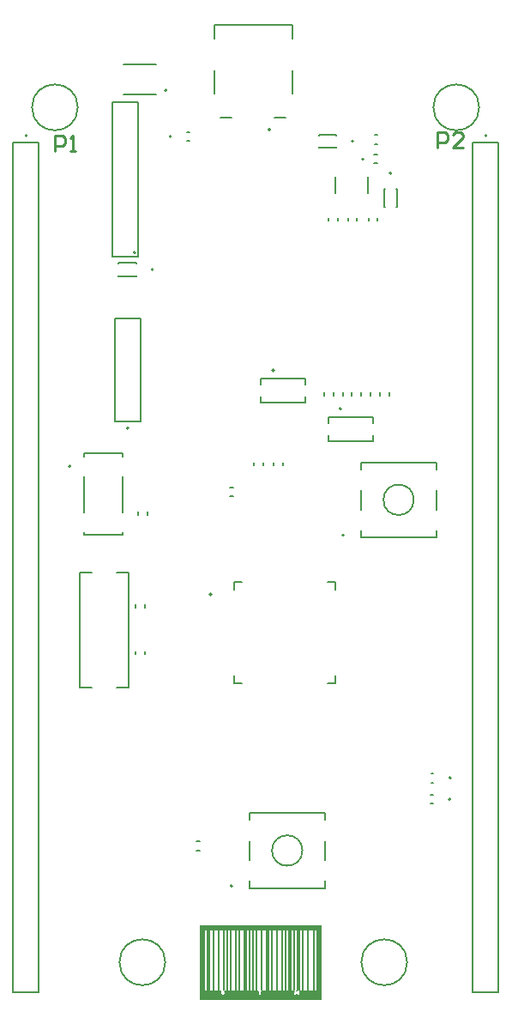
<source format=gbr>
G04*
G04 #@! TF.GenerationSoftware,Altium Limited,Altium Designer,22.4.2 (48)*
G04*
G04 Layer_Color=65535*
%FSLAX25Y25*%
%MOIN*%
G70*
G04*
G04 #@! TF.SameCoordinates,9E7922A3-3756-4234-A879-3C4FB0169599*
G04*
G04*
G04 #@! TF.FilePolarity,Positive*
G04*
G01*
G75*
%ADD10C,0.00500*%
%ADD11C,0.00787*%
%ADD12C,0.01000*%
G36*
X227517Y123500D02*
X180483D01*
Y152500D01*
X227517D01*
Y123500D01*
D02*
G37*
%LPC*%
G36*
X225517Y150500D02*
X224844D01*
Y127168D01*
X225517D01*
Y150500D01*
D02*
G37*
G36*
X224172D02*
X222827D01*
Y127168D01*
X224172D01*
Y150500D01*
D02*
G37*
G36*
X222155D02*
X220810D01*
Y127168D01*
X222155D01*
Y150500D01*
D02*
G37*
G36*
X220138D02*
X219465D01*
Y127168D01*
X220138D01*
Y150500D01*
D02*
G37*
G36*
X218120D02*
X217448D01*
Y127168D01*
X218120D01*
Y150500D01*
D02*
G37*
G36*
X216776D02*
X216103D01*
Y127168D01*
X216776D01*
Y150500D01*
D02*
G37*
G36*
X214758D02*
X214086D01*
Y127168D01*
X214758D01*
Y150500D01*
D02*
G37*
G36*
X213414D02*
X212741D01*
Y127168D01*
X213414D01*
Y150500D01*
D02*
G37*
G36*
X212069D02*
X210724D01*
Y127168D01*
X212069D01*
Y150500D01*
D02*
G37*
G36*
X210052D02*
X208707D01*
Y127168D01*
X210052D01*
Y150500D01*
D02*
G37*
G36*
X208034D02*
X207362D01*
Y127168D01*
X208034D01*
Y150500D01*
D02*
G37*
G36*
X206017D02*
X204672D01*
Y127168D01*
X206017D01*
Y150500D01*
D02*
G37*
G36*
X204000D02*
X202655D01*
Y127168D01*
X204000D01*
Y150500D01*
D02*
G37*
G36*
X201983D02*
X201310D01*
Y127168D01*
X201983D01*
Y150500D01*
D02*
G37*
G36*
X200638D02*
X199966D01*
Y127168D01*
X200638D01*
Y150500D01*
D02*
G37*
G36*
X199293D02*
X198621D01*
Y127168D01*
X199293D01*
Y150500D01*
D02*
G37*
G36*
X197276D02*
X195931D01*
Y127168D01*
X197276D01*
Y150500D01*
D02*
G37*
G36*
X195259D02*
X194586D01*
Y127168D01*
X195259D01*
Y150500D01*
D02*
G37*
G36*
X193914D02*
X192569D01*
Y127168D01*
X193914D01*
Y150500D01*
D02*
G37*
G36*
X191897D02*
X191224D01*
Y127168D01*
X191897D01*
Y150500D01*
D02*
G37*
G36*
X190552D02*
X189880D01*
Y127168D01*
X190552D01*
Y150500D01*
D02*
G37*
G36*
X189207D02*
X187862D01*
Y127168D01*
X189207D01*
Y150500D01*
D02*
G37*
G36*
X187190D02*
X185845D01*
Y127168D01*
X187190D01*
Y150500D01*
D02*
G37*
G36*
X185173D02*
X184500D01*
Y127168D01*
X185173D01*
Y150500D01*
D02*
G37*
G36*
X183156D02*
X182483D01*
Y127168D01*
X183156D01*
Y150500D01*
D02*
G37*
G36*
X204235Y127137D02*
X204230D01*
X204209Y127135D01*
X204189Y127132D01*
X204174Y127129D01*
X204171Y127127D01*
X204169D01*
X204105Y127114D01*
X204077Y127109D01*
X204049Y127104D01*
X204023Y127101D01*
X204006Y127099D01*
X203332D01*
X203304Y127101D01*
X203292D01*
X203284Y127104D01*
X203276D01*
X203243Y127109D01*
X203210Y127114D01*
X203195Y127117D01*
X203182Y127119D01*
X203174Y127122D01*
X203172D01*
X203151Y127127D01*
X203133Y127129D01*
X203103D01*
X203085Y127124D01*
X203054Y127112D01*
X203024Y127091D01*
X202998Y127071D01*
X202975Y127048D01*
X202957Y127027D01*
X202947Y127015D01*
X202942Y127012D01*
Y127010D01*
X202904Y126953D01*
X202889Y126926D01*
X202876Y126900D01*
X202866Y126880D01*
X202858Y126862D01*
X202855Y126851D01*
X202853Y126846D01*
X202843Y126816D01*
X202835Y126785D01*
X202830Y126757D01*
X202827Y126734D01*
X202825Y126716D01*
X202822Y126701D01*
Y126691D01*
Y126688D01*
X202825Y126663D01*
X202830Y126637D01*
X202835Y126617D01*
X202843Y126599D01*
X202850Y126586D01*
X202858Y126574D01*
X202860Y126568D01*
X202863Y126566D01*
X202878Y126551D01*
X202896Y126540D01*
X202914Y126530D01*
X202932Y126525D01*
X202945Y126523D01*
X202957Y126520D01*
X202968D01*
X202988Y126523D01*
X203008Y126528D01*
X203029Y126535D01*
X203047Y126543D01*
X203062Y126551D01*
X203072Y126558D01*
X203080Y126563D01*
X203082Y126566D01*
X203103Y126584D01*
X203123Y126607D01*
X203146Y126632D01*
X203167Y126660D01*
X203184Y126683D01*
X203200Y126704D01*
X203210Y126719D01*
X203212Y126722D01*
Y126724D01*
X203228Y126744D01*
X203246Y126760D01*
X203261Y126772D01*
X203274Y126780D01*
X203284Y126785D01*
X203294Y126788D01*
X203302D01*
X203314Y126785D01*
X203325Y126780D01*
X203340Y126767D01*
X203350Y126752D01*
X203353Y126747D01*
Y126744D01*
X203358Y126726D01*
X203363Y126704D01*
X203368Y126653D01*
X203371Y126630D01*
Y126612D01*
Y126599D01*
Y126594D01*
Y126535D01*
Y126474D01*
X203368Y126416D01*
Y126359D01*
X203365Y126311D01*
Y126291D01*
Y126273D01*
X203363Y126260D01*
Y126250D01*
Y126242D01*
Y126240D01*
X203360Y126204D01*
Y126168D01*
X203358Y126137D01*
Y126107D01*
X203353Y126056D01*
X203350Y126015D01*
X203348Y125985D01*
Y125962D01*
X203345Y125949D01*
Y125944D01*
X203340Y125908D01*
X203337Y125877D01*
X203332Y125854D01*
X203327Y125834D01*
X203322Y125821D01*
X203320Y125811D01*
X203317Y125806D01*
Y125803D01*
X203309Y125791D01*
X203302Y125780D01*
X203281Y125765D01*
X203263Y125758D01*
X203258Y125755D01*
X203256D01*
X203233Y125747D01*
X203212Y125742D01*
X203197Y125737D01*
X203187Y125732D01*
X203179Y125730D01*
X203174Y125727D01*
X203172D01*
X203159Y125717D01*
X203149Y125704D01*
X203141Y125691D01*
X203136Y125679D01*
X203133Y125668D01*
X203131Y125658D01*
Y125653D01*
Y125651D01*
X203133Y125635D01*
X203136Y125620D01*
X203149Y125592D01*
X203169Y125571D01*
X203189Y125554D01*
X203210Y125541D01*
X203230Y125531D01*
X203243Y125525D01*
X203248Y125523D01*
X203276Y125515D01*
X203307Y125508D01*
X203376Y125497D01*
X203447Y125487D01*
X203519Y125482D01*
X203552D01*
X203582Y125480D01*
X203610D01*
X203633Y125477D01*
X203725D01*
X203766Y125480D01*
X203801D01*
X203837Y125482D01*
X203868Y125487D01*
X203896Y125490D01*
X203921Y125492D01*
X203944Y125497D01*
X203965Y125500D01*
X203982Y125503D01*
X203998Y125508D01*
X204011Y125510D01*
X204018Y125513D01*
X204026D01*
X204031Y125515D01*
X204051Y125523D01*
X204069Y125533D01*
X204097Y125551D01*
X204118Y125574D01*
X204130Y125594D01*
X204141Y125612D01*
X204143Y125628D01*
X204146Y125638D01*
Y125640D01*
X204143Y125668D01*
X204135Y125689D01*
X204125Y125701D01*
X204123Y125707D01*
X204113Y125717D01*
X204100Y125724D01*
X204072Y125742D01*
X204057Y125747D01*
X204046Y125752D01*
X204039Y125758D01*
X204036D01*
X204016Y125768D01*
X203998Y125780D01*
X203985Y125791D01*
X203975Y125803D01*
X203967Y125814D01*
X203962Y125821D01*
X203957Y125826D01*
Y125829D01*
X203949Y125849D01*
X203944Y125872D01*
X203939Y125918D01*
X203937Y125941D01*
Y125959D01*
Y125969D01*
Y125974D01*
Y126632D01*
Y126660D01*
X203939Y126686D01*
X203942Y126706D01*
X203947Y126722D01*
X203949Y126734D01*
X203952Y126742D01*
X203955Y126747D01*
Y126750D01*
X203962Y126762D01*
X203972Y126772D01*
X203982Y126778D01*
X203995Y126783D01*
X204011Y126788D01*
X204018D01*
X204039Y126785D01*
X204057Y126778D01*
X204067Y126767D01*
X204072Y126765D01*
X204082Y126755D01*
X204092Y126742D01*
X204110Y126711D01*
X204120Y126696D01*
X204128Y126683D01*
X204130Y126673D01*
X204133Y126671D01*
X204148Y126642D01*
X204166Y126620D01*
X204181Y126599D01*
X204194Y126584D01*
X204204Y126571D01*
X204215Y126563D01*
X204220Y126558D01*
X204222Y126556D01*
X204240Y126546D01*
X204258Y126538D01*
X204294Y126528D01*
X204306Y126525D01*
X204319Y126523D01*
X204329D01*
X204352Y126525D01*
X204375Y126528D01*
X204396Y126533D01*
X204411Y126540D01*
X204426Y126546D01*
X204436Y126551D01*
X204442Y126553D01*
X204444Y126556D01*
X204465Y126576D01*
X204480Y126599D01*
X204490Y126625D01*
X204498Y126650D01*
X204503Y126671D01*
X204505Y126688D01*
Y126701D01*
Y126706D01*
X204503Y126762D01*
X204493Y126813D01*
X204477Y126862D01*
X204462Y126905D01*
X204444Y126943D01*
X204431Y126971D01*
X204424Y126981D01*
X204421Y126989D01*
X204416Y126992D01*
Y126994D01*
X204398Y127020D01*
X204383Y127043D01*
X204365Y127061D01*
X204350Y127076D01*
X204319Y127101D01*
X204289Y127119D01*
X204266Y127129D01*
X204248Y127135D01*
X204235Y127137D01*
D02*
G37*
G36*
X189323Y127132D02*
X189300D01*
X189247Y127129D01*
X189198Y127124D01*
X189150Y127117D01*
X189104Y127106D01*
X189063Y127094D01*
X189022Y127078D01*
X188987Y127066D01*
X188953Y127050D01*
X188923Y127032D01*
X188895Y127020D01*
X188872Y127005D01*
X188854Y126992D01*
X188839Y126981D01*
X188828Y126974D01*
X188821Y126969D01*
X188818Y126966D01*
X188788Y126938D01*
X188760Y126910D01*
X188737Y126882D01*
X188719Y126857D01*
X188704Y126834D01*
X188693Y126813D01*
X188686Y126803D01*
X188683Y126798D01*
X188668Y126762D01*
X188655Y126726D01*
X188647Y126691D01*
X188640Y126660D01*
X188637Y126635D01*
X188635Y126614D01*
Y126602D01*
Y126596D01*
X188637Y126558D01*
X188642Y126520D01*
X188653Y126484D01*
X188663Y126451D01*
X188693Y126387D01*
X188729Y126331D01*
X188744Y126308D01*
X188762Y126288D01*
X188777Y126268D01*
X188793Y126252D01*
X188803Y126240D01*
X188813Y126232D01*
X188818Y126227D01*
X188821Y126224D01*
X188877Y126178D01*
X188905Y126160D01*
X188928Y126143D01*
X188951Y126130D01*
X188966Y126120D01*
X188979Y126115D01*
X188981Y126112D01*
X189017Y126097D01*
X189060Y126079D01*
X189101Y126064D01*
X189145Y126048D01*
X189180Y126035D01*
X189211Y126025D01*
X189224Y126020D01*
X189231Y126018D01*
X189236Y126015D01*
X189239D01*
X189272Y126005D01*
X189303Y125992D01*
X189326Y125982D01*
X189344Y125972D01*
X189359Y125964D01*
X189369Y125956D01*
X189374Y125954D01*
X189377Y125951D01*
X189392Y125939D01*
X189402Y125926D01*
X189410Y125913D01*
X189415Y125900D01*
X189418Y125888D01*
X189420Y125880D01*
Y125875D01*
Y125872D01*
X189418Y125854D01*
X189412Y125837D01*
X189402Y125824D01*
X189392Y125811D01*
X189382Y125801D01*
X189372Y125793D01*
X189366Y125791D01*
X189364Y125788D01*
X189344Y125778D01*
X189321Y125770D01*
X189275Y125763D01*
X189254Y125760D01*
X189239Y125758D01*
X189224D01*
X189188Y125760D01*
X189152Y125765D01*
X189119Y125770D01*
X189088Y125780D01*
X189066Y125788D01*
X189045Y125793D01*
X189035Y125798D01*
X189030Y125801D01*
X188997Y125819D01*
X188969Y125837D01*
X188946Y125854D01*
X188925Y125870D01*
X188910Y125885D01*
X188900Y125898D01*
X188895Y125905D01*
X188892Y125908D01*
X188877Y125934D01*
X188862Y125956D01*
X188836Y125992D01*
X188816Y126023D01*
X188800Y126043D01*
X188788Y126058D01*
X188780Y126069D01*
X188777Y126071D01*
X188775Y126074D01*
X188760Y126089D01*
X188744Y126099D01*
X188732Y126109D01*
X188719Y126115D01*
X188706Y126117D01*
X188698Y126120D01*
X188691D01*
X188675Y126117D01*
X188660Y126115D01*
X188637Y126102D01*
X188622Y126089D01*
X188619Y126086D01*
X188617Y126084D01*
X188602Y126058D01*
X188594Y126030D01*
Y126018D01*
X188591Y126007D01*
Y126000D01*
Y125997D01*
X188594Y125951D01*
X188599Y125908D01*
X188607Y125867D01*
X188614Y125829D01*
X188622Y125796D01*
X188629Y125773D01*
X188632Y125763D01*
X188635Y125755D01*
X188637Y125752D01*
Y125750D01*
X188655Y125707D01*
X188673Y125671D01*
X188691Y125643D01*
X188706Y125622D01*
X188719Y125604D01*
X188729Y125594D01*
X188737Y125589D01*
X188739Y125587D01*
X188770Y125569D01*
X188808Y125554D01*
X188849Y125538D01*
X188887Y125525D01*
X188923Y125515D01*
X188951Y125510D01*
X188964Y125505D01*
X188971D01*
X188976Y125503D01*
X188979D01*
X189040Y125492D01*
X189099Y125485D01*
X189152Y125477D01*
X189198Y125475D01*
X189239Y125472D01*
X189254Y125469D01*
X189295D01*
X189356Y125472D01*
X189415Y125477D01*
X189471Y125485D01*
X189522Y125495D01*
X189570Y125508D01*
X189616Y125520D01*
X189657Y125536D01*
X189695Y125551D01*
X189729Y125564D01*
X189757Y125579D01*
X189782Y125592D01*
X189803Y125604D01*
X189820Y125615D01*
X189831Y125622D01*
X189838Y125628D01*
X189841Y125630D01*
X189876Y125661D01*
X189907Y125694D01*
X189935Y125727D01*
X189958Y125760D01*
X189979Y125796D01*
X189996Y125829D01*
X190009Y125862D01*
X190019Y125893D01*
X190027Y125923D01*
X190035Y125951D01*
X190040Y125974D01*
X190042Y125997D01*
X190045Y126015D01*
Y126028D01*
Y126035D01*
Y126038D01*
X190042Y126089D01*
X190032Y126137D01*
X190017Y126181D01*
X189999Y126224D01*
X189976Y126262D01*
X189950Y126298D01*
X189922Y126329D01*
X189897Y126357D01*
X189869Y126382D01*
X189841Y126405D01*
X189815Y126423D01*
X189792Y126438D01*
X189775Y126451D01*
X189759Y126459D01*
X189749Y126464D01*
X189746Y126467D01*
X189731Y126472D01*
X189713Y126479D01*
X189693Y126487D01*
X189670Y126495D01*
X189619Y126512D01*
X189565Y126530D01*
X189517Y126546D01*
X189494Y126551D01*
X189474Y126556D01*
X189458Y126561D01*
X189445Y126566D01*
X189438Y126568D01*
X189435D01*
X189405Y126579D01*
X189377Y126591D01*
X189354Y126602D01*
X189333Y126614D01*
X189315Y126627D01*
X189300Y126642D01*
X189287Y126655D01*
X189280Y126665D01*
X189267Y126688D01*
X189259Y126706D01*
X189257Y126719D01*
Y126724D01*
X189259Y126742D01*
X189262Y126757D01*
X189277Y126785D01*
X189282Y126793D01*
X189290Y126801D01*
X189293Y126803D01*
X189295Y126806D01*
X189310Y126816D01*
X189328Y126826D01*
X189364Y126834D01*
X189377Y126836D01*
X189389Y126839D01*
X189400D01*
X189425Y126836D01*
X189451Y126834D01*
X189502Y126818D01*
X189548Y126798D01*
X189591Y126772D01*
X189627Y126747D01*
X189655Y126726D01*
X189665Y126719D01*
X189673Y126711D01*
X189675Y126709D01*
X189678Y126706D01*
X189711Y126675D01*
X189739Y126650D01*
X189762Y126630D01*
X189780Y126617D01*
X189790Y126604D01*
X189800Y126599D01*
X189803Y126594D01*
X189805D01*
X189831Y126584D01*
X189856Y126579D01*
X189866Y126576D01*
X189882D01*
X189902Y126579D01*
X189920Y126584D01*
X189935Y126591D01*
X189950Y126599D01*
X189961Y126607D01*
X189968Y126614D01*
X189973Y126620D01*
X189976Y126622D01*
X189989Y126640D01*
X189999Y126658D01*
X190006Y126678D01*
X190012Y126693D01*
X190014Y126709D01*
X190017Y126722D01*
Y126729D01*
Y126732D01*
X190014Y126775D01*
X190004Y126818D01*
X189989Y126857D01*
X189973Y126892D01*
X189958Y126923D01*
X189943Y126948D01*
X189933Y126964D01*
X189930Y126966D01*
Y126969D01*
X189915Y126992D01*
X189897Y127010D01*
X189882Y127027D01*
X189869Y127040D01*
X189841Y127063D01*
X189815Y127078D01*
X189795Y127086D01*
X189777Y127091D01*
X189767Y127094D01*
X189749D01*
X189736Y127091D01*
X189726Y127089D01*
X189724Y127086D01*
X189703Y127078D01*
X189688Y127073D01*
X189675Y127071D01*
X189667Y127068D01*
X189662Y127066D01*
X189655D01*
X189642Y127068D01*
X189629Y127071D01*
X189621Y127073D01*
X189616D01*
X189548Y127094D01*
X189484Y127106D01*
X189430Y127117D01*
X189384Y127124D01*
X189349Y127129D01*
X189333D01*
X189323Y127132D01*
D02*
G37*
G36*
X218730Y127124D02*
X218666D01*
X218633Y127122D01*
X218605Y127119D01*
X218580Y127117D01*
X218534Y127109D01*
X218498Y127099D01*
X218472Y127089D01*
X218455Y127081D01*
X218442Y127076D01*
X218439Y127073D01*
X218419Y127056D01*
X218398Y127032D01*
X218378Y127007D01*
X218360Y126981D01*
X218345Y126956D01*
X218335Y126936D01*
X218327Y126923D01*
X218324Y126920D01*
Y126918D01*
X218319Y126908D01*
X218314Y126897D01*
X218302Y126869D01*
X218294Y126857D01*
X218289Y126846D01*
X218286Y126839D01*
X218284Y126836D01*
X218118Y126512D01*
X218110Y126497D01*
X218103Y126484D01*
X218090Y126464D01*
X218080Y126451D01*
X218077Y126449D01*
X218062Y126438D01*
X218049Y126433D01*
X218039Y126431D01*
X218034D01*
X218016Y126433D01*
X218003Y126438D01*
X217996Y126444D01*
X217993Y126446D01*
X217985Y126456D01*
X217978Y126469D01*
X217960Y126500D01*
X217950Y126512D01*
X217945Y126525D01*
X217939Y126535D01*
X217937Y126538D01*
X217695Y126987D01*
X217682Y127007D01*
X217672Y127025D01*
X217664Y127040D01*
X217656Y127050D01*
X217651Y127058D01*
X217646Y127063D01*
X217644Y127068D01*
X217628Y127081D01*
X217613Y127091D01*
X217600Y127096D01*
X217598Y127099D01*
X217595D01*
X217567Y127106D01*
X217537Y127114D01*
X217501Y127119D01*
X217465Y127122D01*
X217435Y127124D01*
X217384D01*
X217335Y127122D01*
X217310Y127119D01*
X217287D01*
X217266Y127117D01*
X217251Y127114D01*
X217241Y127112D01*
X217236D01*
X217205Y127106D01*
X217180Y127104D01*
X217154Y127099D01*
X217136Y127096D01*
X217118Y127091D01*
X217108Y127089D01*
X217101Y127086D01*
X217098D01*
X217065Y127073D01*
X217039Y127058D01*
X217029Y127050D01*
X217021Y127043D01*
X217019Y127040D01*
X217016Y127038D01*
X217006Y127025D01*
X216999Y127012D01*
X216991Y126989D01*
X216988Y126979D01*
X216986Y126971D01*
Y126966D01*
Y126964D01*
X216988Y126941D01*
X216999Y126920D01*
X217011Y126902D01*
X217027Y126890D01*
X217042Y126877D01*
X217055Y126869D01*
X217065Y126864D01*
X217067Y126862D01*
X217090Y126849D01*
X217108Y126839D01*
X217116Y126831D01*
X217118Y126829D01*
X217129Y126818D01*
X217136Y126808D01*
X217141Y126801D01*
X217144Y126795D01*
X217149Y126780D01*
X217154Y126765D01*
X217159Y126726D01*
X217164Y126683D01*
X217169Y126640D01*
Y126599D01*
X217172Y126581D01*
Y126566D01*
Y126553D01*
Y126543D01*
Y126538D01*
Y126535D01*
Y126477D01*
X217169Y126413D01*
Y126352D01*
X217167Y126296D01*
Y126268D01*
X217164Y126245D01*
Y126222D01*
Y126204D01*
X217162Y126189D01*
Y126178D01*
Y126171D01*
Y126168D01*
X217159Y126130D01*
Y126094D01*
X217157Y126061D01*
Y126030D01*
X217154Y126002D01*
X217151Y125977D01*
Y125954D01*
X217149Y125936D01*
X217146Y125903D01*
Y125880D01*
X217144Y125867D01*
Y125862D01*
X217139Y125831D01*
X217136Y125806D01*
X217131Y125786D01*
X217129Y125768D01*
X217126Y125758D01*
X217124Y125747D01*
X217121Y125745D01*
Y125742D01*
X217116Y125732D01*
X217108Y125722D01*
X217090Y125707D01*
X217075Y125696D01*
X217070Y125694D01*
X217067D01*
X217047Y125684D01*
X217029Y125676D01*
X217016Y125668D01*
X217006Y125661D01*
X216999Y125658D01*
X216993Y125653D01*
X216991Y125651D01*
X216983Y125638D01*
X216981Y125620D01*
X216978Y125607D01*
Y125604D01*
Y125602D01*
X216981Y125579D01*
X216991Y125561D01*
X217004Y125543D01*
X217021Y125531D01*
X217044Y125518D01*
X217067Y125508D01*
X217121Y125492D01*
X217172Y125485D01*
X217195Y125482D01*
X217218Y125480D01*
X217236Y125477D01*
X217261D01*
X217320Y125480D01*
X217373Y125482D01*
X217417Y125490D01*
X217455Y125497D01*
X217488Y125508D01*
X217516Y125518D01*
X217539Y125531D01*
X217557Y125543D01*
X217570Y125554D01*
X217580Y125566D01*
X217588Y125576D01*
X217593Y125587D01*
X217598Y125602D01*
Y125604D01*
Y125607D01*
X217595Y125625D01*
X217593Y125638D01*
X217580Y125661D01*
X217565Y125671D01*
X217562Y125676D01*
X217560D01*
X217539Y125686D01*
X217524Y125696D01*
X217511Y125701D01*
X217501Y125709D01*
X217493Y125712D01*
X217488Y125714D01*
X217486Y125717D01*
X217478Y125727D01*
X217470Y125740D01*
X217468Y125750D01*
X217465Y125755D01*
X217460Y125775D01*
X217458Y125798D01*
X217455Y125826D01*
Y125854D01*
X217452Y125880D01*
Y125900D01*
Y125916D01*
Y125918D01*
Y125921D01*
X217455Y126010D01*
Y126053D01*
X217458Y126092D01*
Y126127D01*
X217460Y126153D01*
Y126163D01*
Y126171D01*
Y126173D01*
Y126176D01*
X217463Y126196D01*
X217470Y126211D01*
X217475Y126224D01*
X217483Y126232D01*
X217491Y126237D01*
X217498Y126240D01*
X217503D01*
X217516Y126237D01*
X217529Y126229D01*
X217539Y126217D01*
X217549Y126204D01*
X217557Y126189D01*
X217565Y126178D01*
X217567Y126168D01*
X217570Y126166D01*
X217723Y125819D01*
X217748Y125763D01*
X217761Y125737D01*
X217774Y125712D01*
X217784Y125691D01*
X217792Y125673D01*
X217797Y125663D01*
X217799Y125658D01*
X217817Y125630D01*
X217830Y125604D01*
X217840Y125587D01*
X217848Y125574D01*
X217853Y125566D01*
X217858Y125561D01*
X217860Y125556D01*
X217876Y125543D01*
X217891Y125536D01*
X217901Y125533D01*
X217906D01*
X217916Y125536D01*
X217924Y125538D01*
X217939Y125549D01*
X217950Y125556D01*
X217955Y125561D01*
X217965Y125574D01*
X217973Y125589D01*
X217993Y125625D01*
X218001Y125643D01*
X218008Y125655D01*
X218011Y125666D01*
X218013Y125668D01*
X218154Y125985D01*
X218174Y126030D01*
X218195Y126069D01*
X218210Y126099D01*
X218222Y126125D01*
X218233Y126143D01*
X218240Y126155D01*
X218243Y126160D01*
X218246Y126163D01*
X218258Y126178D01*
X218268Y126189D01*
X218279Y126199D01*
X218289Y126204D01*
X218304Y126209D01*
X218319D01*
X218327Y126204D01*
X218337Y126194D01*
X218342Y126183D01*
X218345Y126181D01*
Y126178D01*
X218348Y126166D01*
X218350Y126148D01*
X218355Y126107D01*
Y126086D01*
Y126071D01*
Y126061D01*
Y126056D01*
Y125997D01*
X218353Y125949D01*
X218350Y125905D01*
Y125872D01*
X218348Y125847D01*
X218345Y125829D01*
X218342Y125819D01*
Y125816D01*
X218337Y125793D01*
X218332Y125773D01*
X218324Y125755D01*
X218319Y125742D01*
X218312Y125735D01*
X218307Y125727D01*
X218304Y125724D01*
X218302Y125722D01*
X218281Y125707D01*
X218266Y125691D01*
X218253Y125681D01*
X218243Y125671D01*
X218235Y125666D01*
X218230Y125661D01*
X218228Y125655D01*
X218220Y125640D01*
X218217Y125625D01*
X218215Y125615D01*
Y125612D01*
Y125610D01*
X218217Y125597D01*
X218220Y125584D01*
X218233Y125561D01*
X218251Y125543D01*
X218271Y125528D01*
X218289Y125515D01*
X218307Y125508D01*
X218319Y125505D01*
X218324Y125503D01*
X218365Y125495D01*
X218411Y125487D01*
X218460Y125482D01*
X218508Y125480D01*
X218551D01*
X218569Y125477D01*
X218702D01*
X218735Y125480D01*
X218783D01*
X218796Y125482D01*
X218809D01*
X218855Y125487D01*
X218875Y125492D01*
X218893Y125495D01*
X218909Y125500D01*
X218919Y125503D01*
X218926Y125505D01*
X218929D01*
X218949Y125513D01*
X218965Y125520D01*
X218993Y125538D01*
X219013Y125556D01*
X219026Y125574D01*
X219033Y125592D01*
X219036Y125607D01*
X219039Y125617D01*
Y125620D01*
X219036Y125638D01*
X219031Y125653D01*
X219018Y125676D01*
X219003Y125691D01*
X218998Y125696D01*
X218995D01*
X218975Y125709D01*
X218957Y125722D01*
X218944Y125732D01*
X218934Y125740D01*
X218926Y125747D01*
X218921Y125752D01*
X218919Y125755D01*
X218914Y125765D01*
X218911Y125775D01*
X218903Y125801D01*
X218901Y125814D01*
Y125821D01*
X218898Y125829D01*
Y125831D01*
X218888Y125918D01*
X218883Y126007D01*
X218878Y126097D01*
X218875Y126137D01*
X218873Y126178D01*
Y126214D01*
Y126247D01*
X218870Y126278D01*
Y126303D01*
Y126326D01*
Y126341D01*
Y126352D01*
Y126354D01*
Y126438D01*
X218875Y126515D01*
X218878Y126581D01*
X218880Y126612D01*
X218883Y126640D01*
X218885Y126663D01*
X218888Y126686D01*
X218891Y126704D01*
Y126722D01*
X218893Y126734D01*
X218896Y126742D01*
Y126747D01*
Y126750D01*
X218903Y126778D01*
X218914Y126801D01*
X218924Y126821D01*
X218936Y126836D01*
X218947Y126849D01*
X218957Y126859D01*
X218962Y126864D01*
X218965Y126867D01*
X218980Y126877D01*
X218990Y126887D01*
X219008Y126905D01*
X219016Y126915D01*
X219018Y126918D01*
X219026Y126936D01*
X219028Y126953D01*
X219031Y126966D01*
Y126969D01*
Y126971D01*
X219028Y126999D01*
X219016Y127022D01*
X219000Y127043D01*
X218980Y127061D01*
X218954Y127076D01*
X218926Y127086D01*
X218865Y127106D01*
X218804Y127117D01*
X218776Y127119D01*
X218750Y127122D01*
X218730Y127124D01*
D02*
G37*
%LPD*%
D10*
X288902Y470000D02*
G03*
X288902Y470000I-8902J0D01*
G01*
X132902D02*
G03*
X132902Y470000I-8902J0D01*
G01*
X260902Y138000D02*
G03*
X260902Y138000I-8902J0D01*
G01*
X166902D02*
G03*
X166902Y138000I-8902J0D01*
G01*
X263506Y317600D02*
G03*
X263506Y317600I-5906J0D01*
G01*
X220205Y181400D02*
G03*
X220205Y181400I-5906J0D01*
G01*
X155337Y413654D02*
G03*
X155337Y413654I-394J0D01*
G01*
X193715Y282675D02*
Y285785D01*
Y246415D02*
Y249525D01*
X233085Y282675D02*
Y285785D01*
Y246415D02*
Y249525D01*
X193715Y285785D02*
X196825D01*
X193715Y246415D02*
X196825D01*
X229975Y285785D02*
X233085D01*
X229975Y246415D02*
X233085D01*
X270067Y203072D02*
X270933D01*
X270067Y199528D02*
X270933D01*
X158872Y257656D02*
Y258837D01*
X155328Y257656D02*
Y258837D01*
X243033Y313835D02*
Y321365D01*
X272167Y313835D02*
Y321365D01*
X243033Y303033D02*
X272167D01*
X243033D02*
Y305789D01*
Y329411D02*
Y332167D01*
X272167D01*
Y303033D02*
Y305789D01*
Y329411D02*
Y332167D01*
X199733Y177635D02*
Y185165D01*
X228867Y177635D02*
Y185165D01*
X199733Y166833D02*
X228867D01*
X199733D02*
Y169589D01*
Y193211D02*
Y195967D01*
X228867D01*
Y166833D02*
Y169589D01*
Y193211D02*
Y195967D01*
X135220Y312792D02*
Y326808D01*
X150180Y312792D02*
Y326808D01*
X135220Y304052D02*
Y305154D01*
X150180Y304052D02*
Y305154D01*
X135220Y334446D02*
Y335548D01*
X150180Y334446D02*
Y335548D01*
X135220Y304052D02*
X150180D01*
X135220Y335548D02*
X150180D01*
X270219Y207828D02*
X271085D01*
X270219Y211372D02*
X271085D01*
X133751Y244559D02*
X138263D01*
X133751D02*
Y289441D01*
X138263D01*
X148137D02*
X152649D01*
Y244559D02*
Y289441D01*
X148137Y244559D02*
X152649D01*
X192156Y318928D02*
X193337D01*
X192156Y322472D02*
X193337D01*
X179009Y184972D02*
X180191D01*
X179009Y181428D02*
X180191D01*
X228728Y358063D02*
Y359244D01*
X232272Y358063D02*
Y359244D01*
X243128Y358063D02*
Y359244D01*
X246672Y358063D02*
Y359244D01*
X235928Y358063D02*
Y359244D01*
X239472Y358063D02*
Y359244D01*
X253872Y358056D02*
Y359237D01*
X250328Y358056D02*
Y359237D01*
X201428Y330963D02*
Y332144D01*
X204972Y330963D02*
Y332144D01*
X212672Y330963D02*
Y332144D01*
X209128Y330963D02*
Y332144D01*
X156328Y311709D02*
Y312891D01*
X159872Y311709D02*
Y312891D01*
X155328Y275810D02*
Y276991D01*
X158872Y275810D02*
Y276991D01*
X155594Y404441D02*
Y404776D01*
Y409224D02*
Y409559D01*
X148606Y404441D02*
Y404776D01*
Y409224D02*
Y409559D01*
X155594D01*
X148606Y404441D02*
X155594D01*
X175367Y456928D02*
X176233D01*
X175367Y460472D02*
X176233D01*
X233494Y454241D02*
Y454576D01*
Y459024D02*
Y459359D01*
X226506Y454241D02*
Y454576D01*
Y459024D02*
Y459359D01*
X233494D01*
X226506Y454241D02*
X233494D01*
X237928Y425910D02*
Y427091D01*
X241472Y425910D02*
Y427091D01*
X230428Y425910D02*
Y427091D01*
X233972Y425910D02*
Y427091D01*
X248110Y448228D02*
X249290D01*
X248110Y451772D02*
X249290D01*
X248263Y455728D02*
X249444D01*
X248263Y459272D02*
X249444D01*
X233101Y436850D02*
Y443150D01*
X245699Y436850D02*
Y443150D01*
X256959Y431206D02*
Y438194D01*
X251841Y431206D02*
Y438194D01*
Y431206D02*
X252176D01*
X256624D02*
X256959D01*
X251841Y438194D02*
X252176D01*
X256624D02*
X256959D01*
X249472Y425910D02*
Y427091D01*
X245928Y425910D02*
Y427091D01*
X146400Y412000D02*
X156400D01*
Y472000D01*
X146400D02*
X156400D01*
X146400Y412000D02*
Y472000D01*
X150589Y486851D02*
X163187D01*
X150589Y475040D02*
X163187D01*
X185862Y496681D02*
Y502114D01*
X216177D01*
Y496681D02*
Y502114D01*
X188382Y465894D02*
X192752D01*
X209287D02*
X213657D01*
X185862Y475224D02*
Y484319D01*
X216177Y475224D02*
Y484319D01*
D11*
X291894Y459059D02*
G03*
X291894Y459059I-394J0D01*
G01*
X113194Y458959D02*
G03*
X113194Y458959I-394J0D01*
G01*
X235320Y352999D02*
G03*
X235320Y352999I-394J0D01*
G01*
X152622Y345441D02*
G03*
X152622Y345441I-394J0D01*
G01*
X184896Y280864D02*
G03*
X184896Y280864I-394J0D01*
G01*
X277842Y201300D02*
G03*
X277842Y201300I-394J0D01*
G01*
X236340Y303820D02*
G03*
X236340Y303820I-394J0D01*
G01*
X193040Y167621D02*
G03*
X193040Y167621I-394J0D01*
G01*
X130102Y330627D02*
G03*
X130102Y330627I-394J0D01*
G01*
X277994Y209600D02*
G03*
X277994Y209600I-394J0D01*
G01*
X162198Y407000D02*
G03*
X162198Y407000I-394J0D01*
G01*
X209257Y367874D02*
G03*
X209257Y367874I-394J0D01*
G01*
X169245Y458700D02*
G03*
X169245Y458700I-394J0D01*
G01*
X240098Y456800D02*
G03*
X240098Y456800I-394J0D01*
G01*
X244124Y449843D02*
G03*
X244124Y449843I-394J0D01*
G01*
X254794Y444405D02*
G03*
X254794Y444405I-394J0D01*
G01*
X167518Y476615D02*
G03*
X167518Y476615I-394J0D01*
G01*
X207713Y461366D02*
G03*
X207713Y461366I-394J0D01*
G01*
X286500Y126500D02*
X296500D01*
X286500Y456500D02*
X296500D01*
X286500Y126500D02*
Y456500D01*
X296500Y126500D02*
Y456500D01*
X117800Y126400D02*
Y456400D01*
X107800Y126400D02*
Y456400D01*
X117800D01*
X107800Y126400D02*
X117800D01*
X230202Y340401D02*
X247524D01*
X230202D02*
Y342743D01*
X247524Y340401D02*
Y342743D01*
X230202Y349850D02*
X247524D01*
X230202Y347507D02*
Y349850D01*
X247524Y347507D02*
Y349850D01*
X147229Y348000D02*
X157229D01*
X147229Y388000D02*
X157229D01*
X147229Y348000D02*
Y388000D01*
X157229Y348000D02*
Y388000D01*
X221461Y362382D02*
Y364724D01*
X204139Y362382D02*
Y364724D01*
X221461D01*
Y355276D02*
Y357618D01*
X204139Y355276D02*
Y357618D01*
Y355276D02*
X221461D01*
D12*
X272802Y454501D02*
Y460499D01*
X275801D01*
X276800Y459499D01*
Y457500D01*
X275801Y456500D01*
X272802D01*
X282798Y454501D02*
X278800D01*
X282798Y458500D01*
Y459499D01*
X281799Y460499D01*
X279799D01*
X278800Y459499D01*
X124001Y453001D02*
Y458999D01*
X127000D01*
X128000Y457999D01*
Y456000D01*
X127000Y455000D01*
X124001D01*
X129999Y453001D02*
X131999D01*
X130999D01*
Y458999D01*
X129999Y457999D01*
M02*

</source>
